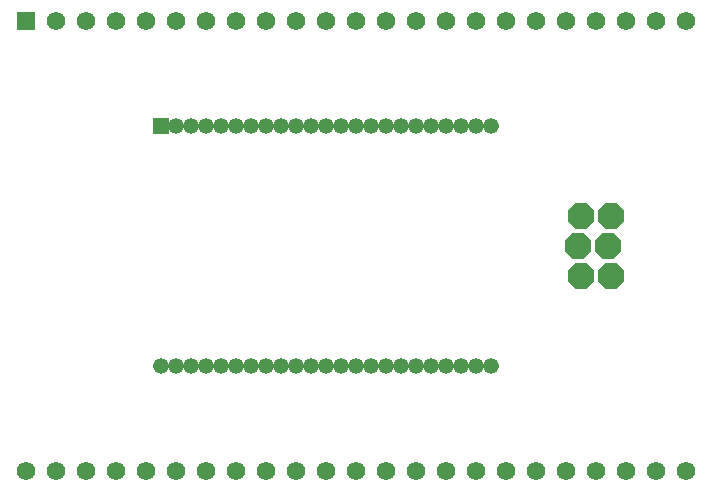
<source format=gbr>
G75*
G70*
%OFA0B0*%
%FSLAX24Y24*%
%IPPOS*%
%LPD*%
%AMOC8*
5,1,8,0,0,1.08239X$1,22.5*
%
%ADD10OC8,0.0888*%
%ADD11C,0.0523*%
%ADD12R,0.0523X0.0523*%
%ADD13R,0.0618X0.0618*%
%ADD14C,0.0618*%
D10*
X019601Y007601D03*
X020601Y007601D03*
X020501Y008601D03*
X019501Y008601D03*
X019601Y009601D03*
X020601Y009601D03*
D11*
X016601Y012601D03*
X016101Y012601D03*
X015601Y012601D03*
X015101Y012601D03*
X014601Y012601D03*
X014101Y012601D03*
X013601Y012601D03*
X013101Y012601D03*
X012601Y012601D03*
X012101Y012601D03*
X011601Y012601D03*
X011101Y012601D03*
X010601Y012601D03*
X010101Y012601D03*
X009601Y012601D03*
X009101Y012601D03*
X008601Y012601D03*
X008101Y012601D03*
X007601Y012601D03*
X007101Y012601D03*
X006601Y012601D03*
X006101Y012601D03*
X006101Y004601D03*
X006601Y004601D03*
X007101Y004601D03*
X007601Y004601D03*
X008101Y004601D03*
X008601Y004601D03*
X009101Y004601D03*
X009601Y004601D03*
X010101Y004601D03*
X010601Y004601D03*
X011101Y004601D03*
X011601Y004601D03*
X012101Y004601D03*
X012601Y004601D03*
X013101Y004601D03*
X013601Y004601D03*
X014101Y004601D03*
X014601Y004601D03*
X015101Y004601D03*
X015601Y004601D03*
X016101Y004601D03*
X016601Y004601D03*
X005601Y004601D03*
D12*
X005601Y012601D03*
D13*
X001101Y016101D03*
D14*
X001101Y001101D03*
X002101Y001101D03*
X003101Y001101D03*
X004101Y001101D03*
X005101Y001101D03*
X006101Y001101D03*
X007101Y001101D03*
X008101Y001101D03*
X009101Y001101D03*
X010101Y001101D03*
X011101Y001101D03*
X012101Y001101D03*
X013101Y001101D03*
X014101Y001101D03*
X015101Y001101D03*
X016101Y001101D03*
X017101Y001101D03*
X018101Y001101D03*
X019101Y001101D03*
X020101Y001101D03*
X021101Y001101D03*
X022101Y001101D03*
X023101Y001101D03*
X023101Y016101D03*
X022101Y016101D03*
X021101Y016101D03*
X020101Y016101D03*
X019101Y016101D03*
X018101Y016101D03*
X017101Y016101D03*
X016101Y016101D03*
X015101Y016101D03*
X014101Y016101D03*
X013101Y016101D03*
X012101Y016101D03*
X011101Y016101D03*
X010101Y016101D03*
X009101Y016101D03*
X008101Y016101D03*
X007101Y016101D03*
X006101Y016101D03*
X005101Y016101D03*
X004101Y016101D03*
X003101Y016101D03*
X002101Y016101D03*
M02*

</source>
